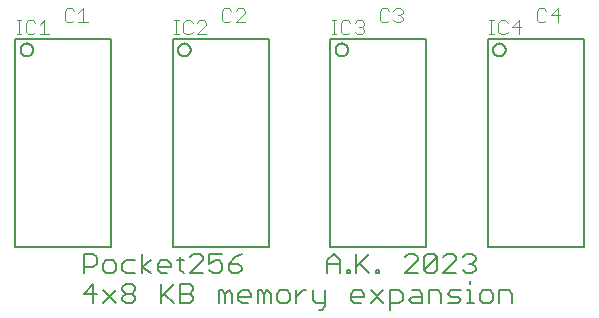
<source format=gto>
G75*
%MOIN*%
%OFA0B0*%
%FSLAX25Y25*%
%IPPOS*%
%LPD*%
%AMOC8*
5,1,8,0,0,1.08239X$1,22.5*
%
%ADD10C,0.00600*%
%ADD11C,0.00400*%
D10*
X0047503Y0036700D02*
X0047503Y0043105D01*
X0044300Y0039903D01*
X0048570Y0039903D01*
X0050745Y0040970D02*
X0055016Y0036700D01*
X0057191Y0037768D02*
X0057191Y0038835D01*
X0058259Y0039903D01*
X0060394Y0039903D01*
X0061461Y0038835D01*
X0061461Y0037768D01*
X0060394Y0036700D01*
X0058259Y0036700D01*
X0057191Y0037768D01*
X0058259Y0039903D02*
X0057191Y0040970D01*
X0057191Y0042038D01*
X0058259Y0043105D01*
X0060394Y0043105D01*
X0061461Y0042038D01*
X0061461Y0040970D01*
X0060394Y0039903D01*
X0055016Y0040970D02*
X0050745Y0036700D01*
X0051813Y0046700D02*
X0050745Y0047768D01*
X0050745Y0049903D01*
X0051813Y0050970D01*
X0053948Y0050970D01*
X0055016Y0049903D01*
X0055016Y0047768D01*
X0053948Y0046700D01*
X0051813Y0046700D01*
X0048570Y0049903D02*
X0047503Y0048835D01*
X0044300Y0048835D01*
X0048570Y0049903D02*
X0048570Y0052038D01*
X0047503Y0053105D01*
X0044300Y0053105D01*
X0044300Y0046700D01*
X0057191Y0047768D02*
X0058259Y0046700D01*
X0061461Y0046700D01*
X0063636Y0046700D02*
X0063636Y0053105D01*
X0061461Y0050970D02*
X0058259Y0050970D01*
X0057191Y0049903D01*
X0057191Y0047768D01*
X0063636Y0048835D02*
X0066839Y0050970D01*
X0069008Y0049903D02*
X0070075Y0050970D01*
X0072210Y0050970D01*
X0073278Y0049903D01*
X0073278Y0048835D01*
X0069008Y0048835D01*
X0069008Y0047768D02*
X0069008Y0049903D01*
X0069008Y0047768D02*
X0070075Y0046700D01*
X0072210Y0046700D01*
X0070082Y0043105D02*
X0070082Y0036700D01*
X0071150Y0039903D02*
X0074352Y0036700D01*
X0076527Y0036700D02*
X0079730Y0036700D01*
X0080798Y0037768D01*
X0080798Y0038835D01*
X0079730Y0039903D01*
X0076527Y0039903D01*
X0076527Y0043105D02*
X0079730Y0043105D01*
X0080798Y0042038D01*
X0080798Y0040970D01*
X0079730Y0039903D01*
X0076527Y0036700D02*
X0076527Y0043105D01*
X0074352Y0043105D02*
X0070082Y0038835D01*
X0066839Y0046700D02*
X0063636Y0048835D01*
X0053550Y0055350D02*
X0053550Y0124850D01*
X0021450Y0124850D01*
X0021450Y0055350D01*
X0053550Y0055350D01*
X0073950Y0055350D02*
X0106050Y0055350D01*
X0106050Y0124850D01*
X0073950Y0124850D01*
X0073950Y0055350D01*
X0076521Y0052038D02*
X0076521Y0047768D01*
X0077588Y0046700D01*
X0079750Y0046700D02*
X0084021Y0050970D01*
X0084021Y0052038D01*
X0082953Y0053105D01*
X0080818Y0053105D01*
X0079750Y0052038D01*
X0077588Y0050970D02*
X0075453Y0050970D01*
X0079750Y0046700D02*
X0084021Y0046700D01*
X0086196Y0047768D02*
X0087263Y0046700D01*
X0089398Y0046700D01*
X0090466Y0047768D01*
X0090466Y0049903D01*
X0089398Y0050970D01*
X0088331Y0050970D01*
X0086196Y0049903D01*
X0086196Y0053105D01*
X0090466Y0053105D01*
X0092641Y0049903D02*
X0095844Y0049903D01*
X0096912Y0048835D01*
X0096912Y0047768D01*
X0095844Y0046700D01*
X0093709Y0046700D01*
X0092641Y0047768D01*
X0092641Y0049903D01*
X0094776Y0052038D01*
X0096912Y0053105D01*
X0096932Y0040970D02*
X0099067Y0040970D01*
X0100134Y0039903D01*
X0100134Y0038835D01*
X0095864Y0038835D01*
X0095864Y0037768D02*
X0095864Y0039903D01*
X0096932Y0040970D01*
X0093689Y0039903D02*
X0093689Y0036700D01*
X0091554Y0036700D02*
X0091554Y0039903D01*
X0092621Y0040970D01*
X0093689Y0039903D01*
X0091554Y0039903D02*
X0090486Y0040970D01*
X0089418Y0040970D01*
X0089418Y0036700D01*
X0095864Y0037768D02*
X0096932Y0036700D01*
X0099067Y0036700D01*
X0102309Y0036700D02*
X0102309Y0040970D01*
X0103377Y0040970D01*
X0104445Y0039903D01*
X0105512Y0040970D01*
X0106580Y0039903D01*
X0106580Y0036700D01*
X0104445Y0036700D02*
X0104445Y0039903D01*
X0108755Y0039903D02*
X0108755Y0037768D01*
X0109823Y0036700D01*
X0111958Y0036700D01*
X0113025Y0037768D01*
X0113025Y0039903D01*
X0111958Y0040970D01*
X0109823Y0040970D01*
X0108755Y0039903D01*
X0115200Y0040970D02*
X0115200Y0036700D01*
X0115200Y0038835D02*
X0117336Y0040970D01*
X0118403Y0040970D01*
X0120572Y0040970D02*
X0120572Y0037768D01*
X0121639Y0036700D01*
X0124842Y0036700D01*
X0124842Y0035632D02*
X0123774Y0034565D01*
X0122707Y0034565D01*
X0124842Y0035632D02*
X0124842Y0040970D01*
X0125550Y0046700D02*
X0125550Y0050970D01*
X0127685Y0053105D01*
X0129820Y0050970D01*
X0129820Y0046700D01*
X0131995Y0046700D02*
X0131995Y0047768D01*
X0133063Y0047768D01*
X0133063Y0046700D01*
X0131995Y0046700D01*
X0135218Y0046700D02*
X0135218Y0053105D01*
X0135218Y0048835D02*
X0139489Y0053105D01*
X0136286Y0049903D02*
X0139489Y0046700D01*
X0141664Y0046700D02*
X0141664Y0047768D01*
X0142731Y0047768D01*
X0142731Y0046700D01*
X0141664Y0046700D01*
X0139908Y0040970D02*
X0144179Y0036700D01*
X0146354Y0036700D02*
X0149556Y0036700D01*
X0150624Y0037768D01*
X0150624Y0039903D01*
X0149556Y0040970D01*
X0146354Y0040970D01*
X0146354Y0034565D01*
X0144179Y0040970D02*
X0139908Y0036700D01*
X0137733Y0038835D02*
X0133463Y0038835D01*
X0133463Y0037768D02*
X0133463Y0039903D01*
X0134530Y0040970D01*
X0136665Y0040970D01*
X0137733Y0039903D01*
X0137733Y0038835D01*
X0136665Y0036700D02*
X0134530Y0036700D01*
X0133463Y0037768D01*
X0151332Y0046700D02*
X0155602Y0050970D01*
X0155602Y0052038D01*
X0154535Y0053105D01*
X0152400Y0053105D01*
X0151332Y0052038D01*
X0157777Y0052038D02*
X0157777Y0047768D01*
X0162048Y0052038D01*
X0162048Y0047768D01*
X0160980Y0046700D01*
X0158845Y0046700D01*
X0157777Y0047768D01*
X0155602Y0046700D02*
X0151332Y0046700D01*
X0153867Y0040970D02*
X0156002Y0040970D01*
X0157070Y0039903D01*
X0157070Y0036700D01*
X0153867Y0036700D01*
X0152799Y0037768D01*
X0153867Y0038835D01*
X0157070Y0038835D01*
X0159245Y0036700D02*
X0159245Y0040970D01*
X0162447Y0040970D01*
X0163515Y0039903D01*
X0163515Y0036700D01*
X0165690Y0036700D02*
X0168893Y0036700D01*
X0169961Y0037768D01*
X0168893Y0038835D01*
X0166758Y0038835D01*
X0165690Y0039903D01*
X0166758Y0040970D01*
X0169961Y0040970D01*
X0172136Y0040970D02*
X0173203Y0040970D01*
X0173203Y0036700D01*
X0172136Y0036700D02*
X0174271Y0036700D01*
X0176433Y0037768D02*
X0177500Y0036700D01*
X0179635Y0036700D01*
X0180703Y0037768D01*
X0180703Y0039903D01*
X0179635Y0040970D01*
X0177500Y0040970D01*
X0176433Y0039903D01*
X0176433Y0037768D01*
X0182878Y0036700D02*
X0182878Y0040970D01*
X0186081Y0040970D01*
X0187148Y0039903D01*
X0187148Y0036700D01*
X0173203Y0043105D02*
X0173203Y0044173D01*
X0173871Y0046700D02*
X0171736Y0046700D01*
X0170668Y0047768D01*
X0168493Y0046700D02*
X0164223Y0046700D01*
X0168493Y0050970D01*
X0168493Y0052038D01*
X0167426Y0053105D01*
X0165291Y0053105D01*
X0164223Y0052038D01*
X0162048Y0052038D02*
X0160980Y0053105D01*
X0158845Y0053105D01*
X0157777Y0052038D01*
X0158550Y0055350D02*
X0158550Y0124850D01*
X0126450Y0124850D01*
X0126450Y0055350D01*
X0158550Y0055350D01*
X0170668Y0052038D02*
X0171736Y0053105D01*
X0173871Y0053105D01*
X0174939Y0052038D01*
X0174939Y0050970D01*
X0173871Y0049903D01*
X0174939Y0048835D01*
X0174939Y0047768D01*
X0173871Y0046700D01*
X0173871Y0049903D02*
X0172804Y0049903D01*
X0178950Y0055350D02*
X0211050Y0055350D01*
X0211050Y0124850D01*
X0178950Y0124850D01*
X0178950Y0055350D01*
X0129820Y0049903D02*
X0125550Y0049903D01*
X0128250Y0121150D02*
X0128252Y0121242D01*
X0128258Y0121333D01*
X0128268Y0121424D01*
X0128282Y0121515D01*
X0128300Y0121605D01*
X0128322Y0121694D01*
X0128347Y0121781D01*
X0128377Y0121868D01*
X0128410Y0121954D01*
X0128447Y0122037D01*
X0128487Y0122120D01*
X0128531Y0122200D01*
X0128579Y0122278D01*
X0128630Y0122355D01*
X0128684Y0122428D01*
X0128741Y0122500D01*
X0128802Y0122569D01*
X0128865Y0122635D01*
X0128931Y0122698D01*
X0129000Y0122759D01*
X0129072Y0122816D01*
X0129145Y0122870D01*
X0129222Y0122921D01*
X0129300Y0122969D01*
X0129380Y0123013D01*
X0129463Y0123053D01*
X0129546Y0123090D01*
X0129632Y0123123D01*
X0129719Y0123153D01*
X0129806Y0123178D01*
X0129895Y0123200D01*
X0129985Y0123218D01*
X0130076Y0123232D01*
X0130167Y0123242D01*
X0130258Y0123248D01*
X0130350Y0123250D01*
X0130442Y0123248D01*
X0130533Y0123242D01*
X0130624Y0123232D01*
X0130715Y0123218D01*
X0130805Y0123200D01*
X0130894Y0123178D01*
X0130981Y0123153D01*
X0131068Y0123123D01*
X0131154Y0123090D01*
X0131237Y0123053D01*
X0131320Y0123013D01*
X0131400Y0122969D01*
X0131478Y0122921D01*
X0131555Y0122870D01*
X0131628Y0122816D01*
X0131700Y0122759D01*
X0131769Y0122698D01*
X0131835Y0122635D01*
X0131898Y0122569D01*
X0131959Y0122500D01*
X0132016Y0122428D01*
X0132070Y0122355D01*
X0132121Y0122278D01*
X0132169Y0122200D01*
X0132213Y0122120D01*
X0132253Y0122037D01*
X0132290Y0121954D01*
X0132323Y0121868D01*
X0132353Y0121781D01*
X0132378Y0121694D01*
X0132400Y0121605D01*
X0132418Y0121515D01*
X0132432Y0121424D01*
X0132442Y0121333D01*
X0132448Y0121242D01*
X0132450Y0121150D01*
X0132448Y0121058D01*
X0132442Y0120967D01*
X0132432Y0120876D01*
X0132418Y0120785D01*
X0132400Y0120695D01*
X0132378Y0120606D01*
X0132353Y0120519D01*
X0132323Y0120432D01*
X0132290Y0120346D01*
X0132253Y0120263D01*
X0132213Y0120180D01*
X0132169Y0120100D01*
X0132121Y0120022D01*
X0132070Y0119945D01*
X0132016Y0119872D01*
X0131959Y0119800D01*
X0131898Y0119731D01*
X0131835Y0119665D01*
X0131769Y0119602D01*
X0131700Y0119541D01*
X0131628Y0119484D01*
X0131555Y0119430D01*
X0131478Y0119379D01*
X0131400Y0119331D01*
X0131320Y0119287D01*
X0131237Y0119247D01*
X0131154Y0119210D01*
X0131068Y0119177D01*
X0130981Y0119147D01*
X0130894Y0119122D01*
X0130805Y0119100D01*
X0130715Y0119082D01*
X0130624Y0119068D01*
X0130533Y0119058D01*
X0130442Y0119052D01*
X0130350Y0119050D01*
X0130258Y0119052D01*
X0130167Y0119058D01*
X0130076Y0119068D01*
X0129985Y0119082D01*
X0129895Y0119100D01*
X0129806Y0119122D01*
X0129719Y0119147D01*
X0129632Y0119177D01*
X0129546Y0119210D01*
X0129463Y0119247D01*
X0129380Y0119287D01*
X0129300Y0119331D01*
X0129222Y0119379D01*
X0129145Y0119430D01*
X0129072Y0119484D01*
X0129000Y0119541D01*
X0128931Y0119602D01*
X0128865Y0119665D01*
X0128802Y0119731D01*
X0128741Y0119800D01*
X0128684Y0119872D01*
X0128630Y0119945D01*
X0128579Y0120022D01*
X0128531Y0120100D01*
X0128487Y0120180D01*
X0128447Y0120263D01*
X0128410Y0120346D01*
X0128377Y0120432D01*
X0128347Y0120519D01*
X0128322Y0120606D01*
X0128300Y0120695D01*
X0128282Y0120785D01*
X0128268Y0120876D01*
X0128258Y0120967D01*
X0128252Y0121058D01*
X0128250Y0121150D01*
X0075750Y0121150D02*
X0075752Y0121242D01*
X0075758Y0121333D01*
X0075768Y0121424D01*
X0075782Y0121515D01*
X0075800Y0121605D01*
X0075822Y0121694D01*
X0075847Y0121781D01*
X0075877Y0121868D01*
X0075910Y0121954D01*
X0075947Y0122037D01*
X0075987Y0122120D01*
X0076031Y0122200D01*
X0076079Y0122278D01*
X0076130Y0122355D01*
X0076184Y0122428D01*
X0076241Y0122500D01*
X0076302Y0122569D01*
X0076365Y0122635D01*
X0076431Y0122698D01*
X0076500Y0122759D01*
X0076572Y0122816D01*
X0076645Y0122870D01*
X0076722Y0122921D01*
X0076800Y0122969D01*
X0076880Y0123013D01*
X0076963Y0123053D01*
X0077046Y0123090D01*
X0077132Y0123123D01*
X0077219Y0123153D01*
X0077306Y0123178D01*
X0077395Y0123200D01*
X0077485Y0123218D01*
X0077576Y0123232D01*
X0077667Y0123242D01*
X0077758Y0123248D01*
X0077850Y0123250D01*
X0077942Y0123248D01*
X0078033Y0123242D01*
X0078124Y0123232D01*
X0078215Y0123218D01*
X0078305Y0123200D01*
X0078394Y0123178D01*
X0078481Y0123153D01*
X0078568Y0123123D01*
X0078654Y0123090D01*
X0078737Y0123053D01*
X0078820Y0123013D01*
X0078900Y0122969D01*
X0078978Y0122921D01*
X0079055Y0122870D01*
X0079128Y0122816D01*
X0079200Y0122759D01*
X0079269Y0122698D01*
X0079335Y0122635D01*
X0079398Y0122569D01*
X0079459Y0122500D01*
X0079516Y0122428D01*
X0079570Y0122355D01*
X0079621Y0122278D01*
X0079669Y0122200D01*
X0079713Y0122120D01*
X0079753Y0122037D01*
X0079790Y0121954D01*
X0079823Y0121868D01*
X0079853Y0121781D01*
X0079878Y0121694D01*
X0079900Y0121605D01*
X0079918Y0121515D01*
X0079932Y0121424D01*
X0079942Y0121333D01*
X0079948Y0121242D01*
X0079950Y0121150D01*
X0079948Y0121058D01*
X0079942Y0120967D01*
X0079932Y0120876D01*
X0079918Y0120785D01*
X0079900Y0120695D01*
X0079878Y0120606D01*
X0079853Y0120519D01*
X0079823Y0120432D01*
X0079790Y0120346D01*
X0079753Y0120263D01*
X0079713Y0120180D01*
X0079669Y0120100D01*
X0079621Y0120022D01*
X0079570Y0119945D01*
X0079516Y0119872D01*
X0079459Y0119800D01*
X0079398Y0119731D01*
X0079335Y0119665D01*
X0079269Y0119602D01*
X0079200Y0119541D01*
X0079128Y0119484D01*
X0079055Y0119430D01*
X0078978Y0119379D01*
X0078900Y0119331D01*
X0078820Y0119287D01*
X0078737Y0119247D01*
X0078654Y0119210D01*
X0078568Y0119177D01*
X0078481Y0119147D01*
X0078394Y0119122D01*
X0078305Y0119100D01*
X0078215Y0119082D01*
X0078124Y0119068D01*
X0078033Y0119058D01*
X0077942Y0119052D01*
X0077850Y0119050D01*
X0077758Y0119052D01*
X0077667Y0119058D01*
X0077576Y0119068D01*
X0077485Y0119082D01*
X0077395Y0119100D01*
X0077306Y0119122D01*
X0077219Y0119147D01*
X0077132Y0119177D01*
X0077046Y0119210D01*
X0076963Y0119247D01*
X0076880Y0119287D01*
X0076800Y0119331D01*
X0076722Y0119379D01*
X0076645Y0119430D01*
X0076572Y0119484D01*
X0076500Y0119541D01*
X0076431Y0119602D01*
X0076365Y0119665D01*
X0076302Y0119731D01*
X0076241Y0119800D01*
X0076184Y0119872D01*
X0076130Y0119945D01*
X0076079Y0120022D01*
X0076031Y0120100D01*
X0075987Y0120180D01*
X0075947Y0120263D01*
X0075910Y0120346D01*
X0075877Y0120432D01*
X0075847Y0120519D01*
X0075822Y0120606D01*
X0075800Y0120695D01*
X0075782Y0120785D01*
X0075768Y0120876D01*
X0075758Y0120967D01*
X0075752Y0121058D01*
X0075750Y0121150D01*
X0023250Y0121150D02*
X0023252Y0121242D01*
X0023258Y0121333D01*
X0023268Y0121424D01*
X0023282Y0121515D01*
X0023300Y0121605D01*
X0023322Y0121694D01*
X0023347Y0121781D01*
X0023377Y0121868D01*
X0023410Y0121954D01*
X0023447Y0122037D01*
X0023487Y0122120D01*
X0023531Y0122200D01*
X0023579Y0122278D01*
X0023630Y0122355D01*
X0023684Y0122428D01*
X0023741Y0122500D01*
X0023802Y0122569D01*
X0023865Y0122635D01*
X0023931Y0122698D01*
X0024000Y0122759D01*
X0024072Y0122816D01*
X0024145Y0122870D01*
X0024222Y0122921D01*
X0024300Y0122969D01*
X0024380Y0123013D01*
X0024463Y0123053D01*
X0024546Y0123090D01*
X0024632Y0123123D01*
X0024719Y0123153D01*
X0024806Y0123178D01*
X0024895Y0123200D01*
X0024985Y0123218D01*
X0025076Y0123232D01*
X0025167Y0123242D01*
X0025258Y0123248D01*
X0025350Y0123250D01*
X0025442Y0123248D01*
X0025533Y0123242D01*
X0025624Y0123232D01*
X0025715Y0123218D01*
X0025805Y0123200D01*
X0025894Y0123178D01*
X0025981Y0123153D01*
X0026068Y0123123D01*
X0026154Y0123090D01*
X0026237Y0123053D01*
X0026320Y0123013D01*
X0026400Y0122969D01*
X0026478Y0122921D01*
X0026555Y0122870D01*
X0026628Y0122816D01*
X0026700Y0122759D01*
X0026769Y0122698D01*
X0026835Y0122635D01*
X0026898Y0122569D01*
X0026959Y0122500D01*
X0027016Y0122428D01*
X0027070Y0122355D01*
X0027121Y0122278D01*
X0027169Y0122200D01*
X0027213Y0122120D01*
X0027253Y0122037D01*
X0027290Y0121954D01*
X0027323Y0121868D01*
X0027353Y0121781D01*
X0027378Y0121694D01*
X0027400Y0121605D01*
X0027418Y0121515D01*
X0027432Y0121424D01*
X0027442Y0121333D01*
X0027448Y0121242D01*
X0027450Y0121150D01*
X0027448Y0121058D01*
X0027442Y0120967D01*
X0027432Y0120876D01*
X0027418Y0120785D01*
X0027400Y0120695D01*
X0027378Y0120606D01*
X0027353Y0120519D01*
X0027323Y0120432D01*
X0027290Y0120346D01*
X0027253Y0120263D01*
X0027213Y0120180D01*
X0027169Y0120100D01*
X0027121Y0120022D01*
X0027070Y0119945D01*
X0027016Y0119872D01*
X0026959Y0119800D01*
X0026898Y0119731D01*
X0026835Y0119665D01*
X0026769Y0119602D01*
X0026700Y0119541D01*
X0026628Y0119484D01*
X0026555Y0119430D01*
X0026478Y0119379D01*
X0026400Y0119331D01*
X0026320Y0119287D01*
X0026237Y0119247D01*
X0026154Y0119210D01*
X0026068Y0119177D01*
X0025981Y0119147D01*
X0025894Y0119122D01*
X0025805Y0119100D01*
X0025715Y0119082D01*
X0025624Y0119068D01*
X0025533Y0119058D01*
X0025442Y0119052D01*
X0025350Y0119050D01*
X0025258Y0119052D01*
X0025167Y0119058D01*
X0025076Y0119068D01*
X0024985Y0119082D01*
X0024895Y0119100D01*
X0024806Y0119122D01*
X0024719Y0119147D01*
X0024632Y0119177D01*
X0024546Y0119210D01*
X0024463Y0119247D01*
X0024380Y0119287D01*
X0024300Y0119331D01*
X0024222Y0119379D01*
X0024145Y0119430D01*
X0024072Y0119484D01*
X0024000Y0119541D01*
X0023931Y0119602D01*
X0023865Y0119665D01*
X0023802Y0119731D01*
X0023741Y0119800D01*
X0023684Y0119872D01*
X0023630Y0119945D01*
X0023579Y0120022D01*
X0023531Y0120100D01*
X0023487Y0120180D01*
X0023447Y0120263D01*
X0023410Y0120346D01*
X0023377Y0120432D01*
X0023347Y0120519D01*
X0023322Y0120606D01*
X0023300Y0120695D01*
X0023282Y0120785D01*
X0023268Y0120876D01*
X0023258Y0120967D01*
X0023252Y0121058D01*
X0023250Y0121150D01*
X0180750Y0121150D02*
X0180752Y0121242D01*
X0180758Y0121333D01*
X0180768Y0121424D01*
X0180782Y0121515D01*
X0180800Y0121605D01*
X0180822Y0121694D01*
X0180847Y0121781D01*
X0180877Y0121868D01*
X0180910Y0121954D01*
X0180947Y0122037D01*
X0180987Y0122120D01*
X0181031Y0122200D01*
X0181079Y0122278D01*
X0181130Y0122355D01*
X0181184Y0122428D01*
X0181241Y0122500D01*
X0181302Y0122569D01*
X0181365Y0122635D01*
X0181431Y0122698D01*
X0181500Y0122759D01*
X0181572Y0122816D01*
X0181645Y0122870D01*
X0181722Y0122921D01*
X0181800Y0122969D01*
X0181880Y0123013D01*
X0181963Y0123053D01*
X0182046Y0123090D01*
X0182132Y0123123D01*
X0182219Y0123153D01*
X0182306Y0123178D01*
X0182395Y0123200D01*
X0182485Y0123218D01*
X0182576Y0123232D01*
X0182667Y0123242D01*
X0182758Y0123248D01*
X0182850Y0123250D01*
X0182942Y0123248D01*
X0183033Y0123242D01*
X0183124Y0123232D01*
X0183215Y0123218D01*
X0183305Y0123200D01*
X0183394Y0123178D01*
X0183481Y0123153D01*
X0183568Y0123123D01*
X0183654Y0123090D01*
X0183737Y0123053D01*
X0183820Y0123013D01*
X0183900Y0122969D01*
X0183978Y0122921D01*
X0184055Y0122870D01*
X0184128Y0122816D01*
X0184200Y0122759D01*
X0184269Y0122698D01*
X0184335Y0122635D01*
X0184398Y0122569D01*
X0184459Y0122500D01*
X0184516Y0122428D01*
X0184570Y0122355D01*
X0184621Y0122278D01*
X0184669Y0122200D01*
X0184713Y0122120D01*
X0184753Y0122037D01*
X0184790Y0121954D01*
X0184823Y0121868D01*
X0184853Y0121781D01*
X0184878Y0121694D01*
X0184900Y0121605D01*
X0184918Y0121515D01*
X0184932Y0121424D01*
X0184942Y0121333D01*
X0184948Y0121242D01*
X0184950Y0121150D01*
X0184948Y0121058D01*
X0184942Y0120967D01*
X0184932Y0120876D01*
X0184918Y0120785D01*
X0184900Y0120695D01*
X0184878Y0120606D01*
X0184853Y0120519D01*
X0184823Y0120432D01*
X0184790Y0120346D01*
X0184753Y0120263D01*
X0184713Y0120180D01*
X0184669Y0120100D01*
X0184621Y0120022D01*
X0184570Y0119945D01*
X0184516Y0119872D01*
X0184459Y0119800D01*
X0184398Y0119731D01*
X0184335Y0119665D01*
X0184269Y0119602D01*
X0184200Y0119541D01*
X0184128Y0119484D01*
X0184055Y0119430D01*
X0183978Y0119379D01*
X0183900Y0119331D01*
X0183820Y0119287D01*
X0183737Y0119247D01*
X0183654Y0119210D01*
X0183568Y0119177D01*
X0183481Y0119147D01*
X0183394Y0119122D01*
X0183305Y0119100D01*
X0183215Y0119082D01*
X0183124Y0119068D01*
X0183033Y0119058D01*
X0182942Y0119052D01*
X0182850Y0119050D01*
X0182758Y0119052D01*
X0182667Y0119058D01*
X0182576Y0119068D01*
X0182485Y0119082D01*
X0182395Y0119100D01*
X0182306Y0119122D01*
X0182219Y0119147D01*
X0182132Y0119177D01*
X0182046Y0119210D01*
X0181963Y0119247D01*
X0181880Y0119287D01*
X0181800Y0119331D01*
X0181722Y0119379D01*
X0181645Y0119430D01*
X0181572Y0119484D01*
X0181500Y0119541D01*
X0181431Y0119602D01*
X0181365Y0119665D01*
X0181302Y0119731D01*
X0181241Y0119800D01*
X0181184Y0119872D01*
X0181130Y0119945D01*
X0181079Y0120022D01*
X0181031Y0120100D01*
X0180987Y0120180D01*
X0180947Y0120263D01*
X0180910Y0120346D01*
X0180877Y0120432D01*
X0180847Y0120519D01*
X0180822Y0120606D01*
X0180800Y0120695D01*
X0180782Y0120785D01*
X0180768Y0120876D01*
X0180758Y0120967D01*
X0180752Y0121058D01*
X0180750Y0121150D01*
D11*
X0180985Y0126350D02*
X0179450Y0126350D01*
X0180217Y0126350D02*
X0180217Y0130954D01*
X0179450Y0130954D02*
X0180985Y0130954D01*
X0182519Y0130187D02*
X0182519Y0127117D01*
X0183287Y0126350D01*
X0184821Y0126350D01*
X0185589Y0127117D01*
X0187123Y0128652D02*
X0190192Y0128652D01*
X0189425Y0126350D02*
X0189425Y0130954D01*
X0187123Y0128652D01*
X0185589Y0130187D02*
X0184821Y0130954D01*
X0183287Y0130954D01*
X0182519Y0130187D01*
X0195450Y0131117D02*
X0196217Y0130350D01*
X0197752Y0130350D01*
X0198519Y0131117D01*
X0200054Y0132652D02*
X0203123Y0132652D01*
X0202356Y0130350D02*
X0202356Y0134954D01*
X0200054Y0132652D01*
X0198519Y0134187D02*
X0197752Y0134954D01*
X0196217Y0134954D01*
X0195450Y0134187D01*
X0195450Y0131117D01*
X0150623Y0131117D02*
X0149856Y0130350D01*
X0148321Y0130350D01*
X0147554Y0131117D01*
X0146019Y0131117D02*
X0145252Y0130350D01*
X0143717Y0130350D01*
X0142950Y0131117D01*
X0142950Y0134187D01*
X0143717Y0134954D01*
X0145252Y0134954D01*
X0146019Y0134187D01*
X0147554Y0134187D02*
X0148321Y0134954D01*
X0149856Y0134954D01*
X0150623Y0134187D01*
X0150623Y0133419D01*
X0149856Y0132652D01*
X0150623Y0131885D01*
X0150623Y0131117D01*
X0149856Y0132652D02*
X0149089Y0132652D01*
X0137692Y0130187D02*
X0137692Y0129419D01*
X0136925Y0128652D01*
X0137692Y0127885D01*
X0137692Y0127117D01*
X0136925Y0126350D01*
X0135391Y0126350D01*
X0134623Y0127117D01*
X0133089Y0127117D02*
X0132321Y0126350D01*
X0130787Y0126350D01*
X0130019Y0127117D01*
X0130019Y0130187D01*
X0130787Y0130954D01*
X0132321Y0130954D01*
X0133089Y0130187D01*
X0134623Y0130187D02*
X0135391Y0130954D01*
X0136925Y0130954D01*
X0137692Y0130187D01*
X0136925Y0128652D02*
X0136158Y0128652D01*
X0128485Y0130954D02*
X0126950Y0130954D01*
X0127717Y0130954D02*
X0127717Y0126350D01*
X0126950Y0126350D02*
X0128485Y0126350D01*
X0098123Y0130350D02*
X0095054Y0130350D01*
X0098123Y0133419D01*
X0098123Y0134187D01*
X0097356Y0134954D01*
X0095821Y0134954D01*
X0095054Y0134187D01*
X0093519Y0134187D02*
X0092752Y0134954D01*
X0091217Y0134954D01*
X0090450Y0134187D01*
X0090450Y0131117D01*
X0091217Y0130350D01*
X0092752Y0130350D01*
X0093519Y0131117D01*
X0085192Y0130187D02*
X0084425Y0130954D01*
X0082891Y0130954D01*
X0082123Y0130187D01*
X0080589Y0130187D02*
X0079821Y0130954D01*
X0078287Y0130954D01*
X0077519Y0130187D01*
X0077519Y0127117D01*
X0078287Y0126350D01*
X0079821Y0126350D01*
X0080589Y0127117D01*
X0082123Y0126350D02*
X0085192Y0129419D01*
X0085192Y0130187D01*
X0085192Y0126350D02*
X0082123Y0126350D01*
X0075985Y0126350D02*
X0074450Y0126350D01*
X0075217Y0126350D02*
X0075217Y0130954D01*
X0074450Y0130954D02*
X0075985Y0130954D01*
X0045623Y0130350D02*
X0042554Y0130350D01*
X0044089Y0130350D02*
X0044089Y0134954D01*
X0042554Y0133419D01*
X0041019Y0134187D02*
X0040252Y0134954D01*
X0038717Y0134954D01*
X0037950Y0134187D01*
X0037950Y0131117D01*
X0038717Y0130350D01*
X0040252Y0130350D01*
X0041019Y0131117D01*
X0032692Y0126350D02*
X0029623Y0126350D01*
X0031158Y0126350D02*
X0031158Y0130954D01*
X0029623Y0129419D01*
X0028089Y0130187D02*
X0027321Y0130954D01*
X0025787Y0130954D01*
X0025019Y0130187D01*
X0025019Y0127117D01*
X0025787Y0126350D01*
X0027321Y0126350D01*
X0028089Y0127117D01*
X0023485Y0126350D02*
X0021950Y0126350D01*
X0022717Y0126350D02*
X0022717Y0130954D01*
X0021950Y0130954D02*
X0023485Y0130954D01*
M02*

</source>
